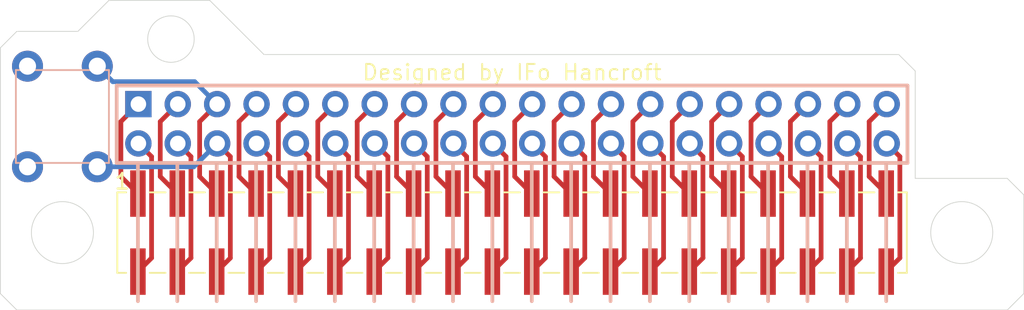
<source format=kicad_pcb>
(kicad_pcb (version 20171130) (host pcbnew 5.1.9)

  (general
    (thickness 1.6)
    (drawings 19)
    (tracks 126)
    (zones 0)
    (modules 3)
    (nets 83)
  )

  (page A4)
  (layers
    (0 F.Cu signal)
    (31 B.Cu signal)
    (32 B.Adhes user)
    (33 F.Adhes user)
    (34 B.Paste user)
    (35 F.Paste user)
    (36 B.SilkS user)
    (37 F.SilkS user)
    (38 B.Mask user)
    (39 F.Mask user)
    (40 Dwgs.User user)
    (41 Cmts.User user)
    (42 Eco1.User user)
    (43 Eco2.User user)
    (44 Edge.Cuts user)
    (45 Margin user)
    (46 B.CrtYd user)
    (47 F.CrtYd user)
    (48 B.Fab user)
    (49 F.Fab user)
  )

  (setup
    (last_trace_width 0.127)
    (user_trace_width 0.127)
    (user_trace_width 0.254)
    (user_trace_width 0.3048)
    (user_trace_width 0.6096)
    (trace_clearance 0.127)
    (zone_clearance 0.508)
    (zone_45_only no)
    (trace_min 0.127)
    (via_size 0.8)
    (via_drill 0.4)
    (via_min_size 0.4)
    (via_min_drill 0.3)
    (uvia_size 0.3)
    (uvia_drill 0.1)
    (uvias_allowed no)
    (uvia_min_size 0.2)
    (uvia_min_drill 0.1)
    (edge_width 0.05)
    (segment_width 0.2)
    (pcb_text_width 0.3)
    (pcb_text_size 1.5 1.5)
    (mod_edge_width 0.12)
    (mod_text_size 1 1)
    (mod_text_width 0.15)
    (pad_size 1.524 1.524)
    (pad_drill 0.762)
    (pad_to_mask_clearance 0)
    (aux_axis_origin 0 0)
    (grid_origin 149.0228 104.065329)
    (visible_elements FFFFFF7F)
    (pcbplotparams
      (layerselection 0x010fc_ffffffff)
      (usegerberextensions false)
      (usegerberattributes true)
      (usegerberadvancedattributes true)
      (creategerberjobfile true)
      (excludeedgelayer true)
      (linewidth 0.100000)
      (plotframeref false)
      (viasonmask false)
      (mode 1)
      (useauxorigin false)
      (hpglpennumber 1)
      (hpglpenspeed 20)
      (hpglpendiameter 15.000000)
      (psnegative false)
      (psa4output false)
      (plotreference true)
      (plotvalue true)
      (plotinvisibletext false)
      (padsonsilk false)
      (subtractmaskfromsilk false)
      (outputformat 1)
      (mirror false)
      (drillshape 0)
      (scaleselection 1)
      (outputdirectory "../Gerbers/"))
  )

  (net 0 "")
  (net 1 "Net-(J1-Pad40)")
  (net 2 "Net-(J1-Pad39)")
  (net 3 "Net-(J1-Pad38)")
  (net 4 "Net-(J1-Pad37)")
  (net 5 "Net-(J1-Pad36)")
  (net 6 "Net-(J1-Pad35)")
  (net 7 "Net-(J1-Pad34)")
  (net 8 "Net-(J1-Pad33)")
  (net 9 "Net-(J1-Pad32)")
  (net 10 "Net-(J1-Pad31)")
  (net 11 "Net-(J1-Pad30)")
  (net 12 "Net-(J1-Pad29)")
  (net 13 "Net-(J1-Pad28)")
  (net 14 "Net-(J1-Pad27)")
  (net 15 "Net-(J1-Pad26)")
  (net 16 "Net-(J1-Pad25)")
  (net 17 "Net-(J1-Pad24)")
  (net 18 "Net-(J1-Pad23)")
  (net 19 "Net-(J1-Pad22)")
  (net 20 "Net-(J1-Pad21)")
  (net 21 "Net-(J1-Pad20)")
  (net 22 "Net-(J1-Pad19)")
  (net 23 "Net-(J1-Pad18)")
  (net 24 "Net-(J1-Pad17)")
  (net 25 "Net-(J1-Pad16)")
  (net 26 "Net-(J1-Pad15)")
  (net 27 "Net-(J1-Pad14)")
  (net 28 "Net-(J1-Pad13)")
  (net 29 "Net-(J1-Pad12)")
  (net 30 "Net-(J1-Pad11)")
  (net 31 "Net-(J1-Pad10)")
  (net 32 "Net-(J1-Pad9)")
  (net 33 "Net-(J1-Pad8)")
  (net 34 "Net-(J1-Pad7)")
  (net 35 /6)
  (net 36 /5)
  (net 37 "Net-(J1-Pad4)")
  (net 38 "Net-(J1-Pad3)")
  (net 39 "Net-(J1-Pad2)")
  (net 40 "Net-(J1-Pad1)")
  (net 41 "Net-(SW1-Pad2)")
  (net 42 "Net-(SW1-Pad4)")
  (net 43 "Net-(J2-Pad1)")
  (net 44 "Net-(J2-Pad2)")
  (net 45 "Net-(J2-Pad3)")
  (net 46 "Net-(J2-Pad4)")
  (net 47 "Net-(J2-Pad5)")
  (net 48 "Net-(J2-Pad6)")
  (net 49 "Net-(J2-Pad7)")
  (net 50 "Net-(J2-Pad8)")
  (net 51 "Net-(J2-Pad9)")
  (net 52 "Net-(J2-Pad10)")
  (net 53 "Net-(J2-Pad11)")
  (net 54 "Net-(J2-Pad12)")
  (net 55 "Net-(J2-Pad13)")
  (net 56 "Net-(J2-Pad14)")
  (net 57 "Net-(J2-Pad15)")
  (net 58 "Net-(J2-Pad16)")
  (net 59 "Net-(J2-Pad17)")
  (net 60 "Net-(J2-Pad18)")
  (net 61 "Net-(J2-Pad19)")
  (net 62 "Net-(J2-Pad20)")
  (net 63 "Net-(J2-Pad21)")
  (net 64 "Net-(J2-Pad22)")
  (net 65 "Net-(J2-Pad23)")
  (net 66 "Net-(J2-Pad24)")
  (net 67 "Net-(J2-Pad25)")
  (net 68 "Net-(J2-Pad26)")
  (net 69 "Net-(J2-Pad27)")
  (net 70 "Net-(J2-Pad28)")
  (net 71 "Net-(J2-Pad29)")
  (net 72 "Net-(J2-Pad30)")
  (net 73 "Net-(J2-Pad31)")
  (net 74 "Net-(J2-Pad32)")
  (net 75 "Net-(J2-Pad33)")
  (net 76 "Net-(J2-Pad34)")
  (net 77 "Net-(J2-Pad35)")
  (net 78 "Net-(J2-Pad36)")
  (net 79 "Net-(J2-Pad37)")
  (net 80 "Net-(J2-Pad38)")
  (net 81 "Net-(J2-Pad39)")
  (net 82 "Net-(J2-Pad40)")

  (net_class Default "This is the default net class."
    (clearance 0.127)
    (trace_width 0.127)
    (via_dia 0.8)
    (via_drill 0.4)
    (uvia_dia 0.3)
    (uvia_drill 0.1)
    (add_net /5)
    (add_net /6)
    (add_net "Net-(J1-Pad1)")
    (add_net "Net-(J1-Pad10)")
    (add_net "Net-(J1-Pad11)")
    (add_net "Net-(J1-Pad12)")
    (add_net "Net-(J1-Pad13)")
    (add_net "Net-(J1-Pad14)")
    (add_net "Net-(J1-Pad15)")
    (add_net "Net-(J1-Pad16)")
    (add_net "Net-(J1-Pad17)")
    (add_net "Net-(J1-Pad18)")
    (add_net "Net-(J1-Pad19)")
    (add_net "Net-(J1-Pad2)")
    (add_net "Net-(J1-Pad20)")
    (add_net "Net-(J1-Pad21)")
    (add_net "Net-(J1-Pad22)")
    (add_net "Net-(J1-Pad23)")
    (add_net "Net-(J1-Pad24)")
    (add_net "Net-(J1-Pad25)")
    (add_net "Net-(J1-Pad26)")
    (add_net "Net-(J1-Pad27)")
    (add_net "Net-(J1-Pad28)")
    (add_net "Net-(J1-Pad29)")
    (add_net "Net-(J1-Pad3)")
    (add_net "Net-(J1-Pad30)")
    (add_net "Net-(J1-Pad31)")
    (add_net "Net-(J1-Pad32)")
    (add_net "Net-(J1-Pad33)")
    (add_net "Net-(J1-Pad34)")
    (add_net "Net-(J1-Pad35)")
    (add_net "Net-(J1-Pad36)")
    (add_net "Net-(J1-Pad37)")
    (add_net "Net-(J1-Pad38)")
    (add_net "Net-(J1-Pad39)")
    (add_net "Net-(J1-Pad4)")
    (add_net "Net-(J1-Pad40)")
    (add_net "Net-(J1-Pad7)")
    (add_net "Net-(J1-Pad8)")
    (add_net "Net-(J1-Pad9)")
    (add_net "Net-(J2-Pad1)")
    (add_net "Net-(J2-Pad10)")
    (add_net "Net-(J2-Pad11)")
    (add_net "Net-(J2-Pad12)")
    (add_net "Net-(J2-Pad13)")
    (add_net "Net-(J2-Pad14)")
    (add_net "Net-(J2-Pad15)")
    (add_net "Net-(J2-Pad16)")
    (add_net "Net-(J2-Pad17)")
    (add_net "Net-(J2-Pad18)")
    (add_net "Net-(J2-Pad19)")
    (add_net "Net-(J2-Pad2)")
    (add_net "Net-(J2-Pad20)")
    (add_net "Net-(J2-Pad21)")
    (add_net "Net-(J2-Pad22)")
    (add_net "Net-(J2-Pad23)")
    (add_net "Net-(J2-Pad24)")
    (add_net "Net-(J2-Pad25)")
    (add_net "Net-(J2-Pad26)")
    (add_net "Net-(J2-Pad27)")
    (add_net "Net-(J2-Pad28)")
    (add_net "Net-(J2-Pad29)")
    (add_net "Net-(J2-Pad3)")
    (add_net "Net-(J2-Pad30)")
    (add_net "Net-(J2-Pad31)")
    (add_net "Net-(J2-Pad32)")
    (add_net "Net-(J2-Pad33)")
    (add_net "Net-(J2-Pad34)")
    (add_net "Net-(J2-Pad35)")
    (add_net "Net-(J2-Pad36)")
    (add_net "Net-(J2-Pad37)")
    (add_net "Net-(J2-Pad38)")
    (add_net "Net-(J2-Pad39)")
    (add_net "Net-(J2-Pad4)")
    (add_net "Net-(J2-Pad40)")
    (add_net "Net-(J2-Pad5)")
    (add_net "Net-(J2-Pad6)")
    (add_net "Net-(J2-Pad7)")
    (add_net "Net-(J2-Pad8)")
    (add_net "Net-(J2-Pad9)")
    (add_net "Net-(SW1-Pad2)")
    (add_net "Net-(SW1-Pad4)")
  )

  (module PiCase40:PinSocket_2x20_P2.54mm_Vertical_SMD (layer F.Cu) (tedit 6027151C) (tstamp 5FDCAF05)
    (at 149.0228 109.065329 90)
    (descr "surface-mounted straight socket strip, 2x20, 2.54mm pitch, double cols (from Kicad 4.0.7), script generated")
    (tags "Surface mounted socket strip SMD 2x20 2.54mm double row")
    (path /5FDB6070)
    (attr smd)
    (fp_text reference J2 (at 0 0) (layer F.SilkS) hide
      (effects (font (size 1 1) (thickness 0.15)))
    )
    (fp_text value Conn_02x20_Odd_Even_Female (at 0 0 180) (layer F.Fab)
      (effects (font (size 1 1) (thickness 0.15)))
    )
    (fp_line (start 3.92 24.45) (end 2.54 24.45) (layer F.Fab) (width 0.1))
    (fp_line (start 3.92 23.81) (end 3.92 24.45) (layer F.Fab) (width 0.1))
    (fp_line (start 2.54 23.81) (end 3.92 23.81) (layer F.Fab) (width 0.1))
    (fp_line (start -3.92 24.45) (end -3.92 23.81) (layer F.Fab) (width 0.1))
    (fp_line (start -2.54 24.45) (end -3.92 24.45) (layer F.Fab) (width 0.1))
    (fp_line (start -3.92 23.81) (end -2.54 23.81) (layer F.Fab) (width 0.1))
    (fp_line (start 3.92 21.91) (end 2.54 21.91) (layer F.Fab) (width 0.1))
    (fp_line (start 3.92 21.27) (end 3.92 21.91) (layer F.Fab) (width 0.1))
    (fp_line (start 2.54 21.27) (end 3.92 21.27) (layer F.Fab) (width 0.1))
    (fp_line (start -3.92 21.91) (end -3.92 21.27) (layer F.Fab) (width 0.1))
    (fp_line (start -2.54 21.91) (end -3.92 21.91) (layer F.Fab) (width 0.1))
    (fp_line (start -3.92 21.27) (end -2.54 21.27) (layer F.Fab) (width 0.1))
    (fp_line (start 3.92 19.37) (end 2.54 19.37) (layer F.Fab) (width 0.1))
    (fp_line (start 3.92 18.73) (end 3.92 19.37) (layer F.Fab) (width 0.1))
    (fp_line (start 2.54 18.73) (end 3.92 18.73) (layer F.Fab) (width 0.1))
    (fp_line (start -3.92 19.37) (end -3.92 18.73) (layer F.Fab) (width 0.1))
    (fp_line (start -2.54 19.37) (end -3.92 19.37) (layer F.Fab) (width 0.1))
    (fp_line (start -3.92 18.73) (end -2.54 18.73) (layer F.Fab) (width 0.1))
    (fp_line (start 3.92 16.83) (end 2.54 16.83) (layer F.Fab) (width 0.1))
    (fp_line (start 3.92 16.19) (end 3.92 16.83) (layer F.Fab) (width 0.1))
    (fp_line (start 2.54 16.19) (end 3.92 16.19) (layer F.Fab) (width 0.1))
    (fp_line (start -3.92 16.83) (end -3.92 16.19) (layer F.Fab) (width 0.1))
    (fp_line (start -2.54 16.83) (end -3.92 16.83) (layer F.Fab) (width 0.1))
    (fp_line (start -3.92 16.19) (end -2.54 16.19) (layer F.Fab) (width 0.1))
    (fp_line (start 3.92 14.29) (end 2.54 14.29) (layer F.Fab) (width 0.1))
    (fp_line (start 3.92 13.65) (end 3.92 14.29) (layer F.Fab) (width 0.1))
    (fp_line (start 2.54 13.65) (end 3.92 13.65) (layer F.Fab) (width 0.1))
    (fp_line (start -3.92 14.29) (end -3.92 13.65) (layer F.Fab) (width 0.1))
    (fp_line (start -2.54 14.29) (end -3.92 14.29) (layer F.Fab) (width 0.1))
    (fp_line (start -3.92 13.65) (end -2.54 13.65) (layer F.Fab) (width 0.1))
    (fp_line (start 3.92 11.75) (end 2.54 11.75) (layer F.Fab) (width 0.1))
    (fp_line (start 3.92 11.11) (end 3.92 11.75) (layer F.Fab) (width 0.1))
    (fp_line (start 2.54 11.11) (end 3.92 11.11) (layer F.Fab) (width 0.1))
    (fp_line (start -3.92 11.75) (end -3.92 11.11) (layer F.Fab) (width 0.1))
    (fp_line (start -2.54 11.75) (end -3.92 11.75) (layer F.Fab) (width 0.1))
    (fp_line (start -3.92 11.11) (end -2.54 11.11) (layer F.Fab) (width 0.1))
    (fp_line (start 3.92 9.21) (end 2.54 9.21) (layer F.Fab) (width 0.1))
    (fp_line (start 3.92 8.57) (end 3.92 9.21) (layer F.Fab) (width 0.1))
    (fp_line (start 2.54 8.57) (end 3.92 8.57) (layer F.Fab) (width 0.1))
    (fp_line (start -3.92 9.21) (end -3.92 8.57) (layer F.Fab) (width 0.1))
    (fp_line (start -2.54 9.21) (end -3.92 9.21) (layer F.Fab) (width 0.1))
    (fp_line (start -3.92 8.57) (end -2.54 8.57) (layer F.Fab) (width 0.1))
    (fp_line (start 3.92 6.67) (end 2.54 6.67) (layer F.Fab) (width 0.1))
    (fp_line (start 3.92 6.03) (end 3.92 6.67) (layer F.Fab) (width 0.1))
    (fp_line (start 2.54 6.03) (end 3.92 6.03) (layer F.Fab) (width 0.1))
    (fp_line (start -3.92 6.67) (end -3.92 6.03) (layer F.Fab) (width 0.1))
    (fp_line (start -2.54 6.67) (end -3.92 6.67) (layer F.Fab) (width 0.1))
    (fp_line (start -3.92 6.03) (end -2.54 6.03) (layer F.Fab) (width 0.1))
    (fp_line (start 3.92 4.13) (end 2.54 4.13) (layer F.Fab) (width 0.1))
    (fp_line (start 3.92 3.49) (end 3.92 4.13) (layer F.Fab) (width 0.1))
    (fp_line (start 2.54 3.49) (end 3.92 3.49) (layer F.Fab) (width 0.1))
    (fp_line (start -3.92 4.13) (end -3.92 3.49) (layer F.Fab) (width 0.1))
    (fp_line (start -2.54 4.13) (end -3.92 4.13) (layer F.Fab) (width 0.1))
    (fp_line (start -3.92 3.49) (end -2.54 3.49) (layer F.Fab) (width 0.1))
    (fp_line (start 3.92 1.59) (end 2.54 1.59) (layer F.Fab) (width 0.1))
    (fp_line (start 3.92 0.95) (end 3.92 1.59) (layer F.Fab) (width 0.1))
    (fp_line (start 2.54 0.95) (end 3.92 0.95) (layer F.Fab) (width 0.1))
    (fp_line (start -3.92 1.59) (end -3.92 0.95) (layer F.Fab) (width 0.1))
    (fp_line (start -2.54 1.59) (end -3.92 1.59) (layer F.Fab) (width 0.1))
    (fp_line (start -3.92 0.95) (end -2.54 0.95) (layer F.Fab) (width 0.1))
    (fp_line (start 3.92 -0.95) (end 2.54 -0.95) (layer F.Fab) (width 0.1))
    (fp_line (start 3.92 -1.59) (end 3.92 -0.95) (layer F.Fab) (width 0.1))
    (fp_line (start 2.54 -1.59) (end 3.92 -1.59) (layer F.Fab) (width 0.1))
    (fp_line (start -3.92 -0.95) (end -3.92 -1.59) (layer F.Fab) (width 0.1))
    (fp_line (start -2.54 -0.95) (end -3.92 -0.95) (layer F.Fab) (width 0.1))
    (fp_line (start -3.92 -1.59) (end -2.54 -1.59) (layer F.Fab) (width 0.1))
    (fp_line (start 3.92 -3.49) (end 2.54 -3.49) (layer F.Fab) (width 0.1))
    (fp_line (start 3.92 -4.13) (end 3.92 -3.49) (layer F.Fab) (width 0.1))
    (fp_line (start 2.54 -4.13) (end 3.92 -4.13) (layer F.Fab) (width 0.1))
    (fp_line (start -3.92 -3.49) (end -3.92 -4.13) (layer F.Fab) (width 0.1))
    (fp_line (start -2.54 -3.49) (end -3.92 -3.49) (layer F.Fab) (width 0.1))
    (fp_line (start -3.92 -4.13) (end -2.54 -4.13) (layer F.Fab) (width 0.1))
    (fp_line (start 3.92 -6.03) (end 2.54 -6.03) (layer F.Fab) (width 0.1))
    (fp_line (start 3.92 -6.67) (end 3.92 -6.03) (layer F.Fab) (width 0.1))
    (fp_line (start 2.54 -6.67) (end 3.92 -6.67) (layer F.Fab) (width 0.1))
    (fp_line (start -3.92 -6.03) (end -3.92 -6.67) (layer F.Fab) (width 0.1))
    (fp_line (start -2.54 -6.03) (end -3.92 -6.03) (layer F.Fab) (width 0.1))
    (fp_line (start -3.92 -6.67) (end -2.54 -6.67) (layer F.Fab) (width 0.1))
    (fp_line (start 3.92 -8.57) (end 2.54 -8.57) (layer F.Fab) (width 0.1))
    (fp_line (start 3.92 -9.21) (end 3.92 -8.57) (layer F.Fab) (width 0.1))
    (fp_line (start 2.54 -9.21) (end 3.92 -9.21) (layer F.Fab) (width 0.1))
    (fp_line (start -3.92 -8.57) (end -3.92 -9.21) (layer F.Fab) (width 0.1))
    (fp_line (start -2.54 -8.57) (end -3.92 -8.57) (layer F.Fab) (width 0.1))
    (fp_line (start -3.92 -9.21) (end -2.54 -9.21) (layer F.Fab) (width 0.1))
    (fp_line (start 3.92 -11.11) (end 2.54 -11.11) (layer F.Fab) (width 0.1))
    (fp_line (start 3.92 -11.75) (end 3.92 -11.11) (layer F.Fab) (width 0.1))
    (fp_line (start 2.54 -11.75) (end 3.92 -11.75) (layer F.Fab) (width 0.1))
    (fp_line (start -3.92 -11.11) (end -3.92 -11.75) (layer F.Fab) (width 0.1))
    (fp_line (start -2.54 -11.11) (end -3.92 -11.11) (layer F.Fab) (width 0.1))
    (fp_line (start -3.92 -11.75) (end -2.54 -11.75) (layer F.Fab) (width 0.1))
    (fp_line (start 3.92 -13.65) (end 2.54 -13.65) (layer F.Fab) (width 0.1))
    (fp_line (start 3.92 -14.29) (end 3.92 -13.65) (layer F.Fab) (width 0.1))
    (fp_line (start 2.54 -14.29) (end 3.92 -14.29) (layer F.Fab) (width 0.1))
    (fp_line (start -3.92 -13.65) (end -3.92 -14.29) (layer F.Fab) (width 0.1))
    (fp_line (start -2.54 -13.65) (end -3.92 -13.65) (layer F.Fab) (width 0.1))
    (fp_line (start -3.92 -14.29) (end -2.54 -14.29) (layer F.Fab) (width 0.1))
    (fp_line (start 3.92 -16.19) (end 2.54 -16.19) (layer F.Fab) (width 0.1))
    (fp_line (start 3.92 -16.83) (end 3.92 -16.19) (layer F.Fab) (width 0.1))
    (fp_line (start 2.54 -16.83) (end 3.92 -16.83) (layer F.Fab) (width 0.1))
    (fp_line (start -3.92 -16.19) (end -3.92 -16.83) (layer F.Fab) (width 0.1))
    (fp_line (start -2.54 -16.19) (end -3.92 -16.19) (layer F.Fab) (width 0.1))
    (fp_line (start -3.92 -16.83) (end -2.54 -16.83) (layer F.Fab) (width 0.1))
    (fp_line (start 3.92 -18.73) (end 2.54 -18.73) (layer F.Fab) (width 0.1))
    (fp_line (start 3.92 -19.37) (end 3.92 -18.73) (layer F.Fab) (width 0.1))
    (fp_line (start 2.54 -19.37) (end 3.92 -19.37) (layer F.Fab) (width 0.1))
    (fp_line (start -3.92 -18.73) (end -3.92 -19.37) (layer F.Fab) (width 0.1))
    (fp_line (start -2.54 -18.73) (end -3.92 -18.73) (layer F.Fab) (width 0.1))
    (fp_line (start -3.92 -19.37) (end -2.54 -19.37) (layer F.Fab) (width 0.1))
    (fp_line (start 3.92 -21.27) (end 2.54 -21.27) (layer F.Fab) (width 0.1))
    (fp_line (start 3.92 -21.91) (end 3.92 -21.27) (layer F.Fab) (width 0.1))
    (fp_line (start 2.54 -21.91) (end 3.92 -21.91) (layer F.Fab) (width 0.1))
    (fp_line (start -3.92 -21.27) (end -3.92 -21.91) (layer F.Fab) (width 0.1))
    (fp_line (start -2.54 -21.27) (end -3.92 -21.27) (layer F.Fab) (width 0.1))
    (fp_line (start -3.92 -21.91) (end -2.54 -21.91) (layer F.Fab) (width 0.1))
    (fp_line (start 3.92 -23.81) (end 2.54 -23.81) (layer F.Fab) (width 0.1))
    (fp_line (start 3.92 -24.45) (end 3.92 -23.81) (layer F.Fab) (width 0.1))
    (fp_line (start 2.54 -24.45) (end 3.92 -24.45) (layer F.Fab) (width 0.1))
    (fp_line (start -3.92 -23.81) (end -3.92 -24.45) (layer F.Fab) (width 0.1))
    (fp_line (start -2.54 -23.81) (end -3.92 -23.81) (layer F.Fab) (width 0.1))
    (fp_line (start -3.92 -24.45) (end -2.54 -24.45) (layer F.Fab) (width 0.1))
    (fp_line (start -2.6 24.89) (end -2.6 25.46) (layer F.SilkS) (width 0.12))
    (fp_line (start -2.6 22.35) (end -2.6 23.37) (layer F.SilkS) (width 0.12))
    (fp_line (start -2.6 19.81) (end -2.6 20.83) (layer F.SilkS) (width 0.12))
    (fp_line (start -2.6 17.27) (end -2.6 18.29) (layer F.SilkS) (width 0.12))
    (fp_line (start -2.6 14.73) (end -2.6 15.75) (layer F.SilkS) (width 0.12))
    (fp_line (start -2.6 12.19) (end -2.6 13.21) (layer F.SilkS) (width 0.12))
    (fp_line (start -2.6 9.65) (end -2.6 10.67) (layer F.SilkS) (width 0.12))
    (fp_line (start -2.6 7.11) (end -2.6 8.13) (layer F.SilkS) (width 0.12))
    (fp_line (start -2.6 4.57) (end -2.6 5.59) (layer F.SilkS) (width 0.12))
    (fp_line (start -2.6 2.03) (end -2.6 3.05) (layer F.SilkS) (width 0.12))
    (fp_line (start -2.6 -0.51) (end -2.6 0.51) (layer F.SilkS) (width 0.12))
    (fp_line (start -2.6 -3.05) (end -2.6 -2.03) (layer F.SilkS) (width 0.12))
    (fp_line (start -2.6 -5.59) (end -2.6 -4.57) (layer F.SilkS) (width 0.12))
    (fp_line (start -2.6 -8.13) (end -2.6 -7.11) (layer F.SilkS) (width 0.12))
    (fp_line (start -2.6 -10.67) (end -2.6 -9.65) (layer F.SilkS) (width 0.12))
    (fp_line (start -2.6 -13.21) (end -2.6 -12.19) (layer F.SilkS) (width 0.12))
    (fp_line (start -2.6 -15.75) (end -2.6 -14.73) (layer F.SilkS) (width 0.12))
    (fp_line (start -2.6 -18.29) (end -2.6 -17.27) (layer F.SilkS) (width 0.12))
    (fp_line (start -2.6 -20.83) (end -2.6 -19.81) (layer F.SilkS) (width 0.12))
    (fp_line (start -2.6 -23.37) (end -2.6 -22.35) (layer F.SilkS) (width 0.12))
    (fp_line (start -2.6 -25.46) (end -2.6 -24.89) (layer F.SilkS) (width 0.12))
    (fp_line (start -2.6 25.46) (end 2.6 25.46) (layer F.SilkS) (width 0.12))
    (fp_line (start 2.6 24.89) (end 2.6 25.46) (layer F.SilkS) (width 0.12))
    (fp_line (start 2.6 22.35) (end 2.6 23.37) (layer F.SilkS) (width 0.12))
    (fp_line (start 2.6 19.81) (end 2.6 20.83) (layer F.SilkS) (width 0.12))
    (fp_line (start 2.6 17.27) (end 2.6 18.29) (layer F.SilkS) (width 0.12))
    (fp_line (start 2.6 14.73) (end 2.6 15.75) (layer F.SilkS) (width 0.12))
    (fp_line (start 2.6 12.19) (end 2.6 13.21) (layer F.SilkS) (width 0.12))
    (fp_line (start 2.6 9.65) (end 2.6 10.67) (layer F.SilkS) (width 0.12))
    (fp_line (start 2.6 7.11) (end 2.6 8.13) (layer F.SilkS) (width 0.12))
    (fp_line (start 2.6 4.57) (end 2.6 5.59) (layer F.SilkS) (width 0.12))
    (fp_line (start 2.6 2.03) (end 2.6 3.05) (layer F.SilkS) (width 0.12))
    (fp_line (start 2.6 -0.51) (end 2.6 0.51) (layer F.SilkS) (width 0.12))
    (fp_line (start 2.6 -3.05) (end 2.6 -2.03) (layer F.SilkS) (width 0.12))
    (fp_line (start 2.6 -5.59) (end 2.6 -4.57) (layer F.SilkS) (width 0.12))
    (fp_line (start 2.6 -8.13) (end 2.6 -7.11) (layer F.SilkS) (width 0.12))
    (fp_line (start 2.6 -10.67) (end 2.6 -9.65) (layer F.SilkS) (width 0.12))
    (fp_line (start 2.6 -13.21) (end 2.6 -12.19) (layer F.SilkS) (width 0.12))
    (fp_line (start 2.6 -15.75) (end 2.6 -14.73) (layer F.SilkS) (width 0.12))
    (fp_line (start 2.6 -18.29) (end 2.6 -17.27) (layer F.SilkS) (width 0.12))
    (fp_line (start 2.6 -20.83) (end 2.6 -19.81) (layer F.SilkS) (width 0.12))
    (fp_line (start 2.6 -23.37) (end 2.6 -22.35) (layer F.SilkS) (width 0.12))
    (fp_line (start 2.6 -25.46) (end 2.6 -24.89) (layer F.SilkS) (width 0.12))
    (fp_line (start -2.6 -25.46) (end 2.6 -25.46) (layer F.SilkS) (width 0.12))
    (fp_text user 1 (at 3.302 -25.146 unlocked) (layer F.SilkS)
      (effects (font (size 1 1) (thickness 0.15)))
    )
    (fp_text user %R (at 0 0) (layer F.Fab)
      (effects (font (size 1 1) (thickness 0.15)))
    )
    (pad 1 smd rect (at 2.52 -24.13 90) (size 3 1) (layers F.Cu F.Paste F.Mask)
      (net 43 "Net-(J2-Pad1)"))
    (pad 2 smd rect (at -2.52 -24.13 90) (size 3 1) (layers F.Cu F.Paste F.Mask)
      (net 44 "Net-(J2-Pad2)"))
    (pad 3 smd rect (at 2.52 -21.59 90) (size 3 1) (layers F.Cu F.Paste F.Mask)
      (net 45 "Net-(J2-Pad3)"))
    (pad 4 smd rect (at -2.52 -21.59 90) (size 3 1) (layers F.Cu F.Paste F.Mask)
      (net 46 "Net-(J2-Pad4)"))
    (pad 5 smd rect (at 2.52 -19.05 90) (size 3 1) (layers F.Cu F.Paste F.Mask)
      (net 47 "Net-(J2-Pad5)"))
    (pad 6 smd rect (at -2.52 -19.05 90) (size 3 1) (layers F.Cu F.Paste F.Mask)
      (net 48 "Net-(J2-Pad6)"))
    (pad 7 smd rect (at 2.52 -16.51 90) (size 3 1) (layers F.Cu F.Paste F.Mask)
      (net 49 "Net-(J2-Pad7)"))
    (pad 8 smd rect (at -2.52 -16.51 90) (size 3 1) (layers F.Cu F.Paste F.Mask)
      (net 50 "Net-(J2-Pad8)"))
    (pad 9 smd rect (at 2.52 -13.97 90) (size 3 1) (layers F.Cu F.Paste F.Mask)
      (net 51 "Net-(J2-Pad9)"))
    (pad 10 smd rect (at -2.52 -13.97 90) (size 3 1) (layers F.Cu F.Paste F.Mask)
      (net 52 "Net-(J2-Pad10)"))
    (pad 11 smd rect (at 2.52 -11.43 90) (size 3 1) (layers F.Cu F.Paste F.Mask)
      (net 53 "Net-(J2-Pad11)"))
    (pad 12 smd rect (at -2.52 -11.43 90) (size 3 1) (layers F.Cu F.Paste F.Mask)
      (net 54 "Net-(J2-Pad12)"))
    (pad 13 smd rect (at 2.52 -8.89 90) (size 3 1) (layers F.Cu F.Paste F.Mask)
      (net 55 "Net-(J2-Pad13)"))
    (pad 14 smd rect (at -2.52 -8.89 90) (size 3 1) (layers F.Cu F.Paste F.Mask)
      (net 56 "Net-(J2-Pad14)"))
    (pad 15 smd rect (at 2.52 -6.35 90) (size 3 1) (layers F.Cu F.Paste F.Mask)
      (net 57 "Net-(J2-Pad15)"))
    (pad 16 smd rect (at -2.52 -6.35 90) (size 3 1) (layers F.Cu F.Paste F.Mask)
      (net 58 "Net-(J2-Pad16)"))
    (pad 17 smd rect (at 2.52 -3.81 90) (size 3 1) (layers F.Cu F.Paste F.Mask)
      (net 59 "Net-(J2-Pad17)"))
    (pad 18 smd rect (at -2.52 -3.81 90) (size 3 1) (layers F.Cu F.Paste F.Mask)
      (net 60 "Net-(J2-Pad18)"))
    (pad 19 smd rect (at 2.52 -1.27 90) (size 3 1) (layers F.Cu F.Paste F.Mask)
      (net 61 "Net-(J2-Pad19)"))
    (pad 20 smd rect (at -2.52 -1.27 90) (size 3 1) (layers F.Cu F.Paste F.Mask)
      (net 62 "Net-(J2-Pad20)"))
    (pad 21 smd rect (at 2.52 1.27 90) (size 3 1) (layers F.Cu F.Paste F.Mask)
      (net 63 "Net-(J2-Pad21)"))
    (pad 22 smd rect (at -2.52 1.27 90) (size 3 1) (layers F.Cu F.Paste F.Mask)
      (net 64 "Net-(J2-Pad22)"))
    (pad 23 smd rect (at 2.52 3.81 90) (size 3 1) (layers F.Cu F.Paste F.Mask)
      (net 65 "Net-(J2-Pad23)"))
    (pad 24 smd rect (at -2.52 3.81 90) (size 3 1) (layers F.Cu F.Paste F.Mask)
      (net 66 "Net-(J2-Pad24)"))
    (pad 25 smd rect (at 2.52 6.35 90) (size 3 1) (layers F.Cu F.Paste F.Mask)
      (net 67 "Net-(J2-Pad25)"))
    (pad 26 smd rect (at -2.52 6.35 90) (size 3 1) (layers F.Cu F.Paste F.Mask)
      (net 68 "Net-(J2-Pad26)"))
    (pad 27 smd rect (at 2.52 8.89 90) (size 3 1) (layers F.Cu F.Paste F.Mask)
      (net 69 "Net-(J2-Pad27)"))
    (pad 28 smd rect (at -2.52 8.89 90) (size 3 1) (layers F.Cu F.Paste F.Mask)
      (net 70 "Net-(J2-Pad28)"))
    (pad 29 smd rect (at 2.52 11.43 90) (size 3 1) (layers F.Cu F.Paste F.Mask)
      (net 71 "Net-(J2-Pad29)"))
    (pad 30 smd rect (at -2.52 11.43 90) (size 3 1) (layers F.Cu F.Paste F.Mask)
      (net 72 "Net-(J2-Pad30)"))
    (pad 31 smd rect (at 2.52 13.97 90) (size 3 1) (layers F.Cu F.Paste F.Mask)
      (net 73 "Net-(J2-Pad31)"))
    (pad 32 smd rect (at -2.52 13.97 90) (size 3 1) (layers F.Cu F.Paste F.Mask)
      (net 74 "Net-(J2-Pad32)"))
    (pad 33 smd rect (at 2.52 16.51 90) (size 3 1) (layers F.Cu F.Paste F.Mask)
      (net 75 "Net-(J2-Pad33)"))
    (pad 34 smd rect (at -2.52 16.51 90) (size 3 1) (layers F.Cu F.Paste F.Mask)
      (net 76 "Net-(J2-Pad34)"))
    (pad 35 smd rect (at 2.52 19.05 90) (size 3 1) (layers F.Cu F.Paste F.Mask)
      (net 77 "Net-(J2-Pad35)"))
    (pad 36 smd rect (at -2.52 19.05 90) (size 3 1) (layers F.Cu F.Paste F.Mask)
      (net 78 "Net-(J2-Pad36)"))
    (pad 37 smd rect (at 2.52 21.59 90) (size 3 1) (layers F.Cu F.Paste F.Mask)
      (net 79 "Net-(J2-Pad37)"))
    (pad 38 smd rect (at -2.52 21.59 90) (size 3 1) (layers F.Cu F.Paste F.Mask)
      (net 80 "Net-(J2-Pad38)"))
    (pad 39 smd rect (at 2.52 24.13 90) (size 3 1) (layers F.Cu F.Paste F.Mask)
      (net 81 "Net-(J2-Pad39)"))
    (pad 40 smd rect (at -2.52 24.13 90) (size 3 1) (layers F.Cu F.Paste F.Mask)
      (net 82 "Net-(J2-Pad40)"))
    (model ${KIPRJMOD}/../Library/3D/PiCase40.3dshapes/PinSocket_2x20_P2.54mm_Vertical_SMD.wrl
      (at (xyz 0 0 0))
      (scale (xyz 1 1 1))
      (rotate (xyz 0 0 0))
    )
  )

  (module PiCase40:PinHeader_2x20_P2.54mm_Horizontal (layer B.Cu) (tedit 602714FB) (tstamp 5FDCAE2A)
    (at 149.0228 102.065329 270)
    (descr "Through hole angled pin header, 2x20, 2.54mm pitch, 6mm pin length, double rows")
    (tags "Through hole angled pin header THT 2x20 2.54mm double row")
    (path /5FDAE952)
    (fp_text reference J1 (at 0 0 180) (layer B.SilkS) hide
      (effects (font (size 1 1) (thickness 0.15)) (justify mirror))
    )
    (fp_text value Conn_02x20_Odd_Even_Male (at 0 0 180) (layer B.Fab)
      (effects (font (size 1 1) (thickness 0.15)) (justify mirror))
    )
    (fp_line (start -1.62 24.42) (end -1.62 23.78) (layer B.Fab) (width 0.1))
    (fp_line (start -1.62 21.88) (end -1.62 21.24) (layer B.Fab) (width 0.1))
    (fp_line (start -1.62 19.34) (end -1.62 18.7) (layer B.Fab) (width 0.1))
    (fp_line (start -1.62 16.8) (end -1.62 16.16) (layer B.Fab) (width 0.1))
    (fp_line (start -1.62 14.26) (end -1.62 13.62) (layer B.Fab) (width 0.1))
    (fp_line (start -1.62 11.72) (end -1.62 11.08) (layer B.Fab) (width 0.1))
    (fp_line (start -1.62 9.18) (end -1.62 8.54) (layer B.Fab) (width 0.1))
    (fp_line (start -1.62 6.64) (end -1.62 6) (layer B.Fab) (width 0.1))
    (fp_line (start -1.62 4.1) (end -1.62 3.46) (layer B.Fab) (width 0.1))
    (fp_line (start -1.62 1.56) (end -1.62 0.92) (layer B.Fab) (width 0.1))
    (fp_line (start -1.62 -0.98) (end -1.62 -1.62) (layer B.Fab) (width 0.1))
    (fp_line (start -1.62 -3.52) (end -1.62 -4.16) (layer B.Fab) (width 0.1))
    (fp_line (start -1.62 -6.06) (end -1.62 -6.7) (layer B.Fab) (width 0.1))
    (fp_line (start -1.62 -8.6) (end -1.62 -9.24) (layer B.Fab) (width 0.1))
    (fp_line (start -1.62 -11.14) (end -1.62 -11.78) (layer B.Fab) (width 0.1))
    (fp_line (start -1.62 -13.68) (end -1.62 -14.32) (layer B.Fab) (width 0.1))
    (fp_line (start -1.62 -16.22) (end -1.62 -16.86) (layer B.Fab) (width 0.1))
    (fp_line (start -1.62 -18.76) (end -1.62 -19.4) (layer B.Fab) (width 0.1))
    (fp_line (start -1.62 -21.3) (end -1.62 -21.94) (layer B.Fab) (width 0.1))
    (fp_line (start -1.62 -23.84) (end -1.62 -24.48) (layer B.Fab) (width 0.1))
    (fp_line (start -2.5 25.5) (end 2.5 25.5) (layer B.SilkS) (width 0.24))
    (fp_line (start 2.5 25.5) (end 2.5 -25.5) (layer B.SilkS) (width 0.24))
    (fp_line (start 2.5 -25.5) (end -2.5 -25.5) (layer B.SilkS) (width 0.24))
    (fp_line (start -2.5 -25.5) (end -2.5 25.5) (layer B.SilkS) (width 0.24))
    (fp_line (start 2.54 1.27) (end 11.43 1.27) (layer B.SilkS) (width 0.24))
    (fp_line (start 2.54 3.81) (end 11.43 3.81) (layer B.SilkS) (width 0.24))
    (fp_line (start 2.54 6.35) (end 11.43 6.35) (layer B.SilkS) (width 0.24))
    (fp_line (start 2.54 8.89) (end 11.43 8.89) (layer B.SilkS) (width 0.24))
    (fp_line (start 2.54 11.43) (end 11.43 11.43) (layer B.SilkS) (width 0.24))
    (fp_line (start 2.54 13.97) (end 11.43 13.97) (layer B.SilkS) (width 0.24))
    (fp_line (start 2.54 16.51) (end 11.43 16.51) (layer B.SilkS) (width 0.24))
    (fp_line (start 2.54 19.05) (end 11.43 19.05) (layer B.SilkS) (width 0.24))
    (fp_line (start 2.54 21.59) (end 11.43 21.59) (layer B.SilkS) (width 0.24))
    (fp_line (start 2.54 24.13) (end 11.43 24.13) (layer B.SilkS) (width 0.24))
    (fp_line (start 2.54 -1.27) (end 11.43 -1.27) (layer B.SilkS) (width 0.24))
    (fp_line (start 2.54 -3.81) (end 11.43 -3.81) (layer B.SilkS) (width 0.24))
    (fp_line (start 2.54 -6.35) (end 11.43 -6.35) (layer B.SilkS) (width 0.24))
    (fp_line (start 2.54 -8.89) (end 11.43 -8.89) (layer B.SilkS) (width 0.24))
    (fp_line (start 2.54 -11.43) (end 11.43 -11.43) (layer B.SilkS) (width 0.24))
    (fp_line (start 2.54 -13.97) (end 11.43 -13.97) (layer B.SilkS) (width 0.24))
    (fp_line (start 2.54 -16.51) (end 11.43 -16.51) (layer B.SilkS) (width 0.24))
    (fp_line (start 2.54 -19.05) (end 11.43 -19.05) (layer B.SilkS) (width 0.24))
    (fp_line (start 2.54 -21.59) (end 11.43 -21.59) (layer B.SilkS) (width 0.24))
    (fp_line (start 2.54 -24.13) (end 11.43 -24.13) (layer B.SilkS) (width 0.24))
    (fp_text user %R (at 0 0 180) (layer B.Fab)
      (effects (font (size 1 1) (thickness 0.15)) (justify mirror))
    )
    (pad 1 thru_hole rect (at -1.3 24.1 270) (size 1.7 1.7) (drill 1) (layers *.Cu *.Mask)
      (net 40 "Net-(J1-Pad1)"))
    (pad 2 thru_hole oval (at 1.24 24.1 270) (size 1.7 1.7) (drill 1) (layers *.Cu *.Mask)
      (net 39 "Net-(J1-Pad2)"))
    (pad 3 thru_hole oval (at -1.3 21.56 270) (size 1.7 1.7) (drill 1) (layers *.Cu *.Mask)
      (net 38 "Net-(J1-Pad3)"))
    (pad 4 thru_hole oval (at 1.24 21.56 270) (size 1.7 1.7) (drill 1) (layers *.Cu *.Mask)
      (net 37 "Net-(J1-Pad4)"))
    (pad 5 thru_hole oval (at -1.3 19.02 270) (size 1.7 1.7) (drill 1) (layers *.Cu *.Mask)
      (net 36 /5))
    (pad 6 thru_hole oval (at 1.24 19.02 270) (size 1.7 1.7) (drill 1) (layers *.Cu *.Mask)
      (net 35 /6))
    (pad 7 thru_hole oval (at -1.3 16.48 270) (size 1.7 1.7) (drill 1) (layers *.Cu *.Mask)
      (net 34 "Net-(J1-Pad7)"))
    (pad 8 thru_hole oval (at 1.24 16.48 270) (size 1.7 1.7) (drill 1) (layers *.Cu *.Mask)
      (net 33 "Net-(J1-Pad8)"))
    (pad 9 thru_hole oval (at -1.3 13.94 270) (size 1.7 1.7) (drill 1) (layers *.Cu *.Mask)
      (net 32 "Net-(J1-Pad9)"))
    (pad 10 thru_hole oval (at 1.24 13.94 270) (size 1.7 1.7) (drill 1) (layers *.Cu *.Mask)
      (net 31 "Net-(J1-Pad10)"))
    (pad 11 thru_hole oval (at -1.3 11.4 270) (size 1.7 1.7) (drill 1) (layers *.Cu *.Mask)
      (net 30 "Net-(J1-Pad11)"))
    (pad 12 thru_hole oval (at 1.24 11.4 270) (size 1.7 1.7) (drill 1) (layers *.Cu *.Mask)
      (net 29 "Net-(J1-Pad12)"))
    (pad 13 thru_hole oval (at -1.3 8.86 270) (size 1.7 1.7) (drill 1) (layers *.Cu *.Mask)
      (net 28 "Net-(J1-Pad13)"))
    (pad 14 thru_hole oval (at 1.24 8.86 270) (size 1.7 1.7) (drill 1) (layers *.Cu *.Mask)
      (net 27 "Net-(J1-Pad14)"))
    (pad 15 thru_hole oval (at -1.3 6.32 270) (size 1.7 1.7) (drill 1) (layers *.Cu *.Mask)
      (net 26 "Net-(J1-Pad15)"))
    (pad 16 thru_hole oval (at 1.24 6.32 270) (size 1.7 1.7) (drill 1) (layers *.Cu *.Mask)
      (net 25 "Net-(J1-Pad16)"))
    (pad 17 thru_hole oval (at -1.3 3.78 270) (size 1.7 1.7) (drill 1) (layers *.Cu *.Mask)
      (net 24 "Net-(J1-Pad17)"))
    (pad 18 thru_hole oval (at 1.24 3.78 270) (size 1.7 1.7) (drill 1) (layers *.Cu *.Mask)
      (net 23 "Net-(J1-Pad18)"))
    (pad 19 thru_hole oval (at -1.3 1.24 270) (size 1.7 1.7) (drill 1) (layers *.Cu *.Mask)
      (net 22 "Net-(J1-Pad19)"))
    (pad 20 thru_hole oval (at 1.24 1.24 270) (size 1.7 1.7) (drill 1) (layers *.Cu *.Mask)
      (net 21 "Net-(J1-Pad20)"))
    (pad 21 thru_hole oval (at -1.3 -1.3 270) (size 1.7 1.7) (drill 1) (layers *.Cu *.Mask)
      (net 20 "Net-(J1-Pad21)"))
    (pad 22 thru_hole oval (at 1.24 -1.3 270) (size 1.7 1.7) (drill 1) (layers *.Cu *.Mask)
      (net 19 "Net-(J1-Pad22)"))
    (pad 23 thru_hole oval (at -1.3 -3.84 270) (size 1.7 1.7) (drill 1) (layers *.Cu *.Mask)
      (net 18 "Net-(J1-Pad23)"))
    (pad 24 thru_hole oval (at 1.24 -3.84 270) (size 1.7 1.7) (drill 1) (layers *.Cu *.Mask)
      (net 17 "Net-(J1-Pad24)"))
    (pad 25 thru_hole oval (at -1.3 -6.38 270) (size 1.7 1.7) (drill 1) (layers *.Cu *.Mask)
      (net 16 "Net-(J1-Pad25)"))
    (pad 26 thru_hole oval (at 1.24 -6.38 270) (size 1.7 1.7) (drill 1) (layers *.Cu *.Mask)
      (net 15 "Net-(J1-Pad26)"))
    (pad 27 thru_hole oval (at -1.3 -8.92 270) (size 1.7 1.7) (drill 1) (layers *.Cu *.Mask)
      (net 14 "Net-(J1-Pad27)"))
    (pad 28 thru_hole oval (at 1.24 -8.92 270) (size 1.7 1.7) (drill 1) (layers *.Cu *.Mask)
      (net 13 "Net-(J1-Pad28)"))
    (pad 29 thru_hole oval (at -1.3 -11.46 270) (size 1.7 1.7) (drill 1) (layers *.Cu *.Mask)
      (net 12 "Net-(J1-Pad29)"))
    (pad 30 thru_hole oval (at 1.24 -11.46 270) (size 1.7 1.7) (drill 1) (layers *.Cu *.Mask)
      (net 11 "Net-(J1-Pad30)"))
    (pad 31 thru_hole oval (at -1.3 -14 270) (size 1.7 1.7) (drill 1) (layers *.Cu *.Mask)
      (net 10 "Net-(J1-Pad31)"))
    (pad 32 thru_hole oval (at 1.24 -14 270) (size 1.7 1.7) (drill 1) (layers *.Cu *.Mask)
      (net 9 "Net-(J1-Pad32)"))
    (pad 33 thru_hole oval (at -1.3 -16.54 270) (size 1.7 1.7) (drill 1) (layers *.Cu *.Mask)
      (net 8 "Net-(J1-Pad33)"))
    (pad 34 thru_hole oval (at 1.24 -16.54 270) (size 1.7 1.7) (drill 1) (layers *.Cu *.Mask)
      (net 7 "Net-(J1-Pad34)"))
    (pad 35 thru_hole oval (at -1.3 -19.08 270) (size 1.7 1.7) (drill 1) (layers *.Cu *.Mask)
      (net 6 "Net-(J1-Pad35)"))
    (pad 36 thru_hole oval (at 1.24 -19.08 270) (size 1.7 1.7) (drill 1) (layers *.Cu *.Mask)
      (net 5 "Net-(J1-Pad36)"))
    (pad 37 thru_hole oval (at -1.3 -21.62 270) (size 1.7 1.7) (drill 1) (layers *.Cu *.Mask)
      (net 4 "Net-(J1-Pad37)"))
    (pad 38 thru_hole oval (at 1.24 -21.62 270) (size 1.7 1.7) (drill 1) (layers *.Cu *.Mask)
      (net 3 "Net-(J1-Pad38)"))
    (pad 39 thru_hole oval (at -1.3 -24.16 270) (size 1.7 1.7) (drill 1) (layers *.Cu *.Mask)
      (net 2 "Net-(J1-Pad39)"))
    (pad 40 thru_hole oval (at 1.24 -24.16 270) (size 1.7 1.7) (drill 1) (layers *.Cu *.Mask)
      (net 1 "Net-(J1-Pad40)"))
    (model ${KIPRJMOD}/../Library/3D/PiCase40.3dshapes/PinHeader_2x20_P2.54mm_Horizontal.wrl
      (offset (xyz -1.3 24.165 0))
      (scale (xyz 1 1 1))
      (rotate (xyz 0 0 0))
    )
  )

  (module PiCase40:SW_PUSH_6mm_H13mm (layer B.Cu) (tedit 60271526) (tstamp 5FF6E700)
    (at 120.0228 101.565329 90)
    (descr "tactile push button, 6x6mm, height=13mm")
    (tags "tact sw push 6mm")
    (path /5FF6CB41)
    (fp_text reference SW1 (at 0 0 270) (layer B.SilkS) hide
      (effects (font (size 1 1) (thickness 0.15)) (justify mirror))
    )
    (fp_text value SW_MEC_5E (at -0.5 -0.09 -90) (layer B.Fab)
      (effects (font (size 1 1) (thickness 0.15)) (justify mirror))
    )
    (fp_line (start -3 -3) (end 3 -3) (layer B.SilkS) (width 0.12))
    (fp_line (start -3 -3) (end -3 3) (layer B.SilkS) (width 0.12))
    (fp_line (start 3 3) (end 3 -3) (layer B.SilkS) (width 0.12))
    (fp_line (start -3 3) (end 3 3) (layer B.SilkS) (width 0.12))
    (fp_text user %R (at 0 0 -90) (layer B.Fab)
      (effects (font (size 1 1) (thickness 0.15)) (justify mirror))
    )
    (pad 2 thru_hole circle (at -3.25 -2.25) (size 2 2) (drill 1.1) (layers *.Cu *.Mask)
      (net 41 "Net-(SW1-Pad2)"))
    (pad 3 thru_hole circle (at -3.25 2.25) (size 2 2) (drill 1.1) (layers *.Cu *.Mask)
      (net 35 /6))
    (pad 4 thru_hole circle (at 3.25 -2.25) (size 2 2) (drill 1.1) (layers *.Cu *.Mask)
      (net 42 "Net-(SW1-Pad4)"))
    (pad 1 thru_hole circle (at 3.25 2.25) (size 2 2) (drill 1.1) (layers *.Cu *.Mask)
      (net 36 /5))
    (model ${KIPRJMOD}/../Library/3D/PiCase40.3dshapes/SW_PUSH_6mm_H13mm.wrl
      (offset (xyz -3.24 2.25 0))
      (scale (xyz 1 1 1))
      (rotate (xyz 0 0 0))
    )
  )

  (gr_text "Designed by IFo Hancroft" (at 149.0228 98.715329) (layer F.SilkS)
    (effects (font (size 1 1) (thickness 0.125)))
  )
  (gr_line (start 117.083 96.065) (end 121.023 96.065) (angle 90) (layer Edge.Cuts) (width 0.05))
  (gr_line (start 121.023 96.065) (end 123.023 94.065) (angle 90) (layer Edge.Cuts) (width 0.05))
  (gr_line (start 123.023 94.065) (end 129.523 94.065) (angle 90) (layer Edge.Cuts) (width 0.05))
  (gr_line (start 129.523 94.065) (end 133.023 97.565) (angle 90) (layer Edge.Cuts) (width 0.05))
  (gr_line (start 133.023 97.565) (end 173.962 97.565) (angle 90) (layer Edge.Cuts) (width 0.05))
  (gr_line (start 173.962 97.565) (end 175.023 98.626) (angle 90) (layer Edge.Cuts) (width 0.05))
  (gr_line (start 175.023 98.626) (end 175.023 105.565) (angle 90) (layer Edge.Cuts) (width 0.05))
  (gr_line (start 175.023 105.565) (end 180.962 105.565) (angle 90) (layer Edge.Cuts) (width 0.05))
  (gr_line (start 180.962 105.565) (end 182.023 106.626) (angle 90) (layer Edge.Cuts) (width 0.05))
  (gr_line (start 182.023 106.626) (end 182.023 113.005) (angle 90) (layer Edge.Cuts) (width 0.05))
  (gr_line (start 182.023 113.005) (end 180.962 114.065) (angle 90) (layer Edge.Cuts) (width 0.05))
  (gr_line (start 180.962 114.065) (end 117.083 114.065) (angle 90) (layer Edge.Cuts) (width 0.05))
  (gr_line (start 117.083 114.065) (end 116.023 113.005) (angle 90) (layer Edge.Cuts) (width 0.05))
  (gr_line (start 116.023 113.005) (end 116.023 97.126) (angle 90) (layer Edge.Cuts) (width 0.05))
  (gr_line (start 116.023 97.126) (end 117.083 96.065) (angle 90) (layer Edge.Cuts) (width 0.05))
  (gr_circle (center 120.023 109.065) (end 118.023 109.065) (layer Edge.Cuts) (width 0.05))
  (gr_circle (center 178.023 109.065) (end 176.023 109.065) (layer Edge.Cuts) (width 0.05))
  (gr_circle (center 127.023 96.565) (end 125.523 96.565) (layer Edge.Cuts) (width 0.05))

  (segment (start 174.032799 110.70533) (end 173.1528 111.585329) (width 0.3048) (layer F.Cu) (net 1))
  (segment (start 174.032799 104.155328) (end 174.032799 110.70533) (width 0.3048) (layer F.Cu) (net 1))
  (segment (start 173.1828 103.305329) (end 174.032799 104.155328) (width 0.3048) (layer F.Cu) (net 1))
  (segment (start 172.053399 105.445928) (end 173.1528 106.545329) (width 0.3048) (layer F.Cu) (net 2))
  (segment (start 172.053399 101.89473) (end 172.053399 105.445928) (width 0.3048) (layer F.Cu) (net 2))
  (segment (start 173.1828 100.765329) (end 172.053399 101.89473) (width 0.3048) (layer F.Cu) (net 2))
  (segment (start 171.492799 110.70533) (end 170.6128 111.585329) (width 0.3048) (layer F.Cu) (net 3))
  (segment (start 171.492799 104.155328) (end 171.492799 110.70533) (width 0.3048) (layer F.Cu) (net 3))
  (segment (start 170.6428 103.305329) (end 171.492799 104.155328) (width 0.3048) (layer F.Cu) (net 3))
  (segment (start 169.513399 105.445928) (end 170.6128 106.545329) (width 0.3048) (layer F.Cu) (net 4))
  (segment (start 169.513399 101.89473) (end 169.513399 105.445928) (width 0.3048) (layer F.Cu) (net 4))
  (segment (start 170.6428 100.765329) (end 169.513399 101.89473) (width 0.3048) (layer F.Cu) (net 4))
  (segment (start 168.952799 110.70533) (end 168.0728 111.585329) (width 0.3048) (layer F.Cu) (net 5))
  (segment (start 168.952799 104.155328) (end 168.952799 110.70533) (width 0.3048) (layer F.Cu) (net 5))
  (segment (start 168.1028 103.305329) (end 168.952799 104.155328) (width 0.3048) (layer F.Cu) (net 5))
  (segment (start 166.973399 105.445928) (end 168.0728 106.545329) (width 0.3048) (layer F.Cu) (net 6))
  (segment (start 166.973399 101.89473) (end 166.973399 105.445928) (width 0.3048) (layer F.Cu) (net 6))
  (segment (start 168.1028 100.765329) (end 166.973399 101.89473) (width 0.3048) (layer F.Cu) (net 6))
  (segment (start 166.412799 104.155328) (end 166.412799 110.70533) (width 0.3048) (layer F.Cu) (net 7))
  (segment (start 166.412799 110.70533) (end 165.5328 111.585329) (width 0.3048) (layer F.Cu) (net 7))
  (segment (start 165.5628 103.305329) (end 166.412799 104.155328) (width 0.3048) (layer F.Cu) (net 7))
  (segment (start 164.433399 105.445928) (end 165.5328 106.545329) (width 0.3048) (layer F.Cu) (net 8))
  (segment (start 164.433399 101.89473) (end 164.433399 105.445928) (width 0.3048) (layer F.Cu) (net 8))
  (segment (start 165.5628 100.765329) (end 164.433399 101.89473) (width 0.3048) (layer F.Cu) (net 8))
  (segment (start 163.872799 110.70533) (end 162.9928 111.585329) (width 0.3048) (layer F.Cu) (net 9))
  (segment (start 163.872799 104.155328) (end 163.872799 110.70533) (width 0.3048) (layer F.Cu) (net 9))
  (segment (start 163.0228 103.305329) (end 163.872799 104.155328) (width 0.3048) (layer F.Cu) (net 9))
  (segment (start 161.893399 105.445928) (end 162.9928 106.545329) (width 0.3048) (layer F.Cu) (net 10))
  (segment (start 161.893399 101.89473) (end 161.893399 105.445928) (width 0.3048) (layer F.Cu) (net 10))
  (segment (start 163.0228 100.765329) (end 161.893399 101.89473) (width 0.3048) (layer F.Cu) (net 10))
  (segment (start 161.332799 110.70533) (end 160.4528 111.585329) (width 0.3048) (layer F.Cu) (net 11))
  (segment (start 161.332799 104.155328) (end 161.332799 110.70533) (width 0.3048) (layer F.Cu) (net 11))
  (segment (start 160.4828 103.305329) (end 161.332799 104.155328) (width 0.3048) (layer F.Cu) (net 11))
  (segment (start 159.353399 105.445928) (end 160.4528 106.545329) (width 0.3048) (layer F.Cu) (net 12))
  (segment (start 159.353399 101.89473) (end 159.353399 105.445928) (width 0.3048) (layer F.Cu) (net 12))
  (segment (start 160.4828 100.765329) (end 159.353399 101.89473) (width 0.3048) (layer F.Cu) (net 12))
  (segment (start 158.792799 110.70533) (end 157.9128 111.585329) (width 0.3048) (layer F.Cu) (net 13))
  (segment (start 158.792799 104.155328) (end 158.792799 110.70533) (width 0.3048) (layer F.Cu) (net 13))
  (segment (start 157.9428 103.305329) (end 158.792799 104.155328) (width 0.3048) (layer F.Cu) (net 13))
  (segment (start 156.813399 101.89473) (end 156.813399 105.445928) (width 0.3048) (layer F.Cu) (net 14))
  (segment (start 156.813399 105.445928) (end 157.9128 106.545329) (width 0.3048) (layer F.Cu) (net 14))
  (segment (start 157.9428 100.765329) (end 156.813399 101.89473) (width 0.3048) (layer F.Cu) (net 14))
  (segment (start 156.252799 110.70533) (end 155.3728 111.585329) (width 0.3048) (layer F.Cu) (net 15))
  (segment (start 156.252799 104.155328) (end 156.252799 110.70533) (width 0.3048) (layer F.Cu) (net 15))
  (segment (start 155.4028 103.305329) (end 156.252799 104.155328) (width 0.3048) (layer F.Cu) (net 15))
  (segment (start 154.273399 105.445928) (end 155.3728 106.545329) (width 0.3048) (layer F.Cu) (net 16))
  (segment (start 154.273399 101.89473) (end 154.273399 105.445928) (width 0.3048) (layer F.Cu) (net 16))
  (segment (start 155.4028 100.765329) (end 154.273399 101.89473) (width 0.3048) (layer F.Cu) (net 16))
  (segment (start 153.712799 110.70533) (end 152.8328 111.585329) (width 0.3048) (layer F.Cu) (net 17))
  (segment (start 153.712799 104.155328) (end 153.712799 110.70533) (width 0.3048) (layer F.Cu) (net 17))
  (segment (start 152.8628 103.305329) (end 153.712799 104.155328) (width 0.3048) (layer F.Cu) (net 17))
  (segment (start 151.733399 105.445928) (end 152.8328 106.545329) (width 0.3048) (layer F.Cu) (net 18))
  (segment (start 151.733399 101.89473) (end 151.733399 105.445928) (width 0.3048) (layer F.Cu) (net 18))
  (segment (start 152.8628 100.765329) (end 151.733399 101.89473) (width 0.3048) (layer F.Cu) (net 18))
  (segment (start 151.172799 110.70533) (end 150.2928 111.585329) (width 0.3048) (layer F.Cu) (net 19))
  (segment (start 151.172799 104.155328) (end 151.172799 110.70533) (width 0.3048) (layer F.Cu) (net 19))
  (segment (start 150.3228 103.305329) (end 151.172799 104.155328) (width 0.3048) (layer F.Cu) (net 19))
  (segment (start 149.193399 105.445928) (end 150.2928 106.545329) (width 0.3048) (layer F.Cu) (net 20))
  (segment (start 149.193399 101.89473) (end 149.193399 105.445928) (width 0.3048) (layer F.Cu) (net 20))
  (segment (start 150.3228 100.765329) (end 149.193399 101.89473) (width 0.3048) (layer F.Cu) (net 20))
  (segment (start 148.632799 110.70533) (end 147.7528 111.585329) (width 0.3048) (layer F.Cu) (net 21))
  (segment (start 148.632799 104.155328) (end 148.632799 110.70533) (width 0.3048) (layer F.Cu) (net 21))
  (segment (start 147.7828 103.305329) (end 148.632799 104.155328) (width 0.3048) (layer F.Cu) (net 21))
  (segment (start 146.653399 105.445928) (end 147.7528 106.545329) (width 0.3048) (layer F.Cu) (net 22))
  (segment (start 146.653399 101.89473) (end 146.653399 105.445928) (width 0.3048) (layer F.Cu) (net 22))
  (segment (start 147.7828 100.765329) (end 146.653399 101.89473) (width 0.3048) (layer F.Cu) (net 22))
  (segment (start 146.092799 110.70533) (end 145.2128 111.585329) (width 0.3048) (layer F.Cu) (net 23))
  (segment (start 146.092799 104.155328) (end 146.092799 110.70533) (width 0.3048) (layer F.Cu) (net 23))
  (segment (start 145.2428 103.305329) (end 146.092799 104.155328) (width 0.3048) (layer F.Cu) (net 23))
  (segment (start 144.113399 105.445928) (end 145.2128 106.545329) (width 0.3048) (layer F.Cu) (net 24))
  (segment (start 144.113399 101.89473) (end 144.113399 105.445928) (width 0.3048) (layer F.Cu) (net 24))
  (segment (start 145.2428 100.765329) (end 144.113399 101.89473) (width 0.3048) (layer F.Cu) (net 24))
  (segment (start 143.552799 110.70533) (end 142.6728 111.585329) (width 0.3048) (layer F.Cu) (net 25))
  (segment (start 143.552799 104.155328) (end 143.552799 110.70533) (width 0.3048) (layer F.Cu) (net 25))
  (segment (start 142.7028 103.305329) (end 143.552799 104.155328) (width 0.3048) (layer F.Cu) (net 25))
  (segment (start 141.573399 105.445928) (end 142.6728 106.545329) (width 0.3048) (layer F.Cu) (net 26))
  (segment (start 142.7028 100.765329) (end 141.573399 101.89473) (width 0.3048) (layer F.Cu) (net 26))
  (segment (start 141.573399 101.89473) (end 141.573399 105.445928) (width 0.3048) (layer F.Cu) (net 26))
  (segment (start 141.012799 110.70533) (end 140.1328 111.585329) (width 0.3048) (layer F.Cu) (net 27))
  (segment (start 141.012799 104.155328) (end 141.012799 110.70533) (width 0.3048) (layer F.Cu) (net 27))
  (segment (start 140.1628 103.305329) (end 141.012799 104.155328) (width 0.3048) (layer F.Cu) (net 27))
  (segment (start 139.033399 105.445928) (end 140.1328 106.545329) (width 0.3048) (layer F.Cu) (net 28) (status 1000000))
  (segment (start 140.1628 100.765329) (end 139.033399 101.89473) (width 0.3048) (layer F.Cu) (net 28) (status 1000000))
  (segment (start 139.033399 101.89473) (end 139.033399 105.445928) (width 0.3048) (layer F.Cu) (net 28) (status 1000000))
  (segment (start 138.472799 110.70533) (end 137.5928 111.585329) (width 0.3048) (layer F.Cu) (net 29))
  (segment (start 138.472799 104.155328) (end 138.472799 110.70533) (width 0.3048) (layer F.Cu) (net 29))
  (segment (start 137.6228 103.305329) (end 138.472799 104.155328) (width 0.3048) (layer F.Cu) (net 29))
  (segment (start 136.493399 105.445928) (end 137.5928 106.545329) (width 0.3048) (layer F.Cu) (net 30))
  (segment (start 136.493399 101.89473) (end 136.493399 105.445928) (width 0.3048) (layer F.Cu) (net 30))
  (segment (start 137.6228 100.765329) (end 136.493399 101.89473) (width 0.3048) (layer F.Cu) (net 30))
  (segment (start 135.932799 110.70533) (end 135.0528 111.585329) (width 0.3048) (layer F.Cu) (net 31))
  (segment (start 135.932799 104.155328) (end 135.932799 110.70533) (width 0.3048) (layer F.Cu) (net 31))
  (segment (start 135.0828 103.305329) (end 135.932799 104.155328) (width 0.3048) (layer F.Cu) (net 31))
  (segment (start 133.953399 105.445928) (end 135.0528 106.545329) (width 0.3048) (layer F.Cu) (net 32))
  (segment (start 133.953399 101.89473) (end 133.953399 105.445928) (width 0.3048) (layer F.Cu) (net 32))
  (segment (start 135.0828 100.765329) (end 133.953399 101.89473) (width 0.3048) (layer F.Cu) (net 32))
  (segment (start 133.392799 110.70533) (end 132.5128 111.585329) (width 0.3048) (layer F.Cu) (net 33))
  (segment (start 133.392799 104.155328) (end 133.392799 110.70533) (width 0.3048) (layer F.Cu) (net 33))
  (segment (start 132.5428 103.305329) (end 133.392799 104.155328) (width 0.3048) (layer F.Cu) (net 33))
  (segment (start 131.413399 105.445928) (end 132.5128 106.545329) (width 0.3048) (layer F.Cu) (net 34))
  (segment (start 131.413399 101.89473) (end 131.413399 105.445928) (width 0.3048) (layer F.Cu) (net 34))
  (segment (start 132.5428 100.765329) (end 131.413399 101.89473) (width 0.3048) (layer F.Cu) (net 34))
  (segment (start 128.4928 104.815329) (end 122.2728 104.815329) (width 0.3048) (layer B.Cu) (net 35))
  (segment (start 130.0028 103.305329) (end 128.4928 104.815329) (width 0.3048) (layer B.Cu) (net 35))
  (segment (start 130.852799 110.70533) (end 129.9728 111.585329) (width 0.3048) (layer F.Cu) (net 35))
  (segment (start 130.852799 104.155328) (end 130.852799 110.70533) (width 0.3048) (layer F.Cu) (net 35))
  (segment (start 130.0028 103.305329) (end 130.852799 104.155328) (width 0.3048) (layer F.Cu) (net 35))
  (segment (start 122.2728 98.315329) (end 122.2728 98.524329) (width 0.3048) (layer B.Cu) (net 36))
  (segment (start 128.552799 99.315328) (end 130.0028 100.765329) (width 0.3048) (layer B.Cu) (net 36))
  (segment (start 123.272799 99.315328) (end 128.552799 99.315328) (width 0.3048) (layer B.Cu) (net 36))
  (segment (start 122.2728 98.315329) (end 123.272799 99.315328) (width 0.3048) (layer B.Cu) (net 36))
  (segment (start 128.873399 105.445928) (end 129.9728 106.545329) (width 0.3048) (layer F.Cu) (net 36))
  (segment (start 128.873399 101.89473) (end 128.873399 105.445928) (width 0.3048) (layer F.Cu) (net 36))
  (segment (start 130.0028 100.765329) (end 128.873399 101.89473) (width 0.3048) (layer F.Cu) (net 36))
  (segment (start 128.312799 110.70533) (end 127.4328 111.585329) (width 0.3048) (layer F.Cu) (net 37))
  (segment (start 128.312799 104.155328) (end 128.312799 110.70533) (width 0.3048) (layer F.Cu) (net 37))
  (segment (start 127.4628 103.305329) (end 128.312799 104.155328) (width 0.3048) (layer F.Cu) (net 37))
  (segment (start 126.333399 105.445928) (end 127.4328 106.545329) (width 0.3048) (layer F.Cu) (net 38))
  (segment (start 126.333399 101.89473) (end 126.333399 105.445928) (width 0.3048) (layer F.Cu) (net 38))
  (segment (start 127.4628 100.765329) (end 126.333399 101.89473) (width 0.3048) (layer F.Cu) (net 38))
  (segment (start 125.772799 110.70533) (end 124.8928 111.585329) (width 0.3048) (layer F.Cu) (net 39))
  (segment (start 125.772799 104.155328) (end 125.772799 110.70533) (width 0.3048) (layer F.Cu) (net 39))
  (segment (start 124.9228 103.305329) (end 125.772799 104.155328) (width 0.3048) (layer F.Cu) (net 39))
  (segment (start 123.793399 105.445928) (end 124.8928 106.545329) (width 0.3048) (layer F.Cu) (net 40))
  (segment (start 123.793399 101.89473) (end 123.793399 105.445928) (width 0.3048) (layer F.Cu) (net 40))
  (segment (start 124.9228 100.765329) (end 123.793399 101.89473) (width 0.3048) (layer F.Cu) (net 40))

)

</source>
